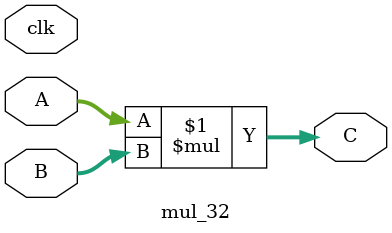
<source format=sv>
`timescale 1ns/1ps

module mul_32(
	input clk,
	input [31:0] A,
	input [31:0] B,
	output logic [63:0] C	
);

	assign C = A * B;

endmodule



</source>
